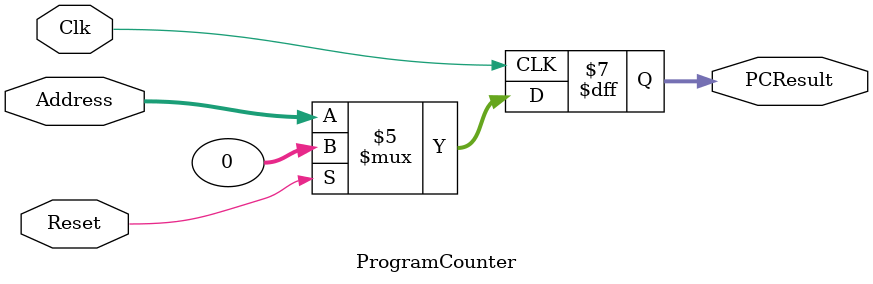
<source format=v>
`timescale 1ns / 1ps


module ProgramCounter(Address, PCResult, Reset, Clk);

	input [31:0] Address;
	input Reset, Clk;

	output reg [31:0] PCResult;
	
	initial begin
	   PCResult <= 0;
	end

    //If Reset = 1, set PCResult to 0, otherwise set to Address
    always @ (posedge Clk)  begin
        if (Reset == 1'b1)
            PCResult <= 0;
        else
            PCResult <= Address;
    end

endmodule


</source>
